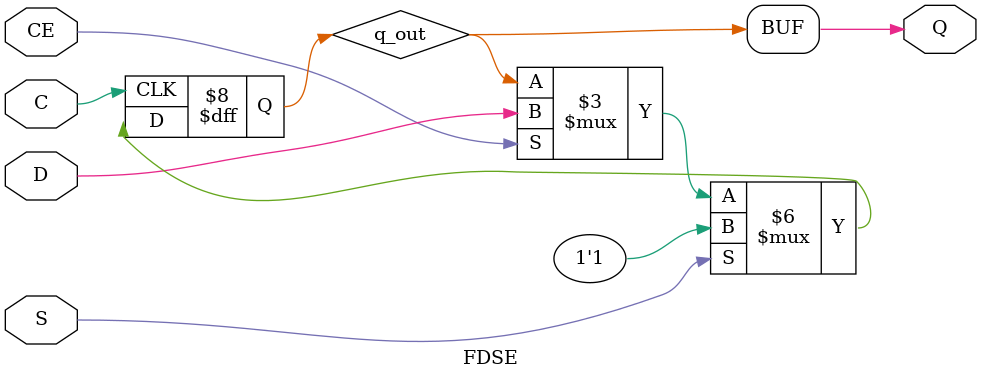
<source format=v>
`timescale  1 ps / 1 ps

module FDSE (Q, C, CE, D, S);

    parameter INIT = 1'b1;

    output Q;

    input  C, CE, D, S;

    wire Q;
    reg q_out;

    initial q_out = INIT;
   
    assign Q = q_out;

    always @(posedge C )
	  if (S)
	     q_out <=  1;
	  else if (CE)
	     q_out <=  D;

endmodule

</source>
